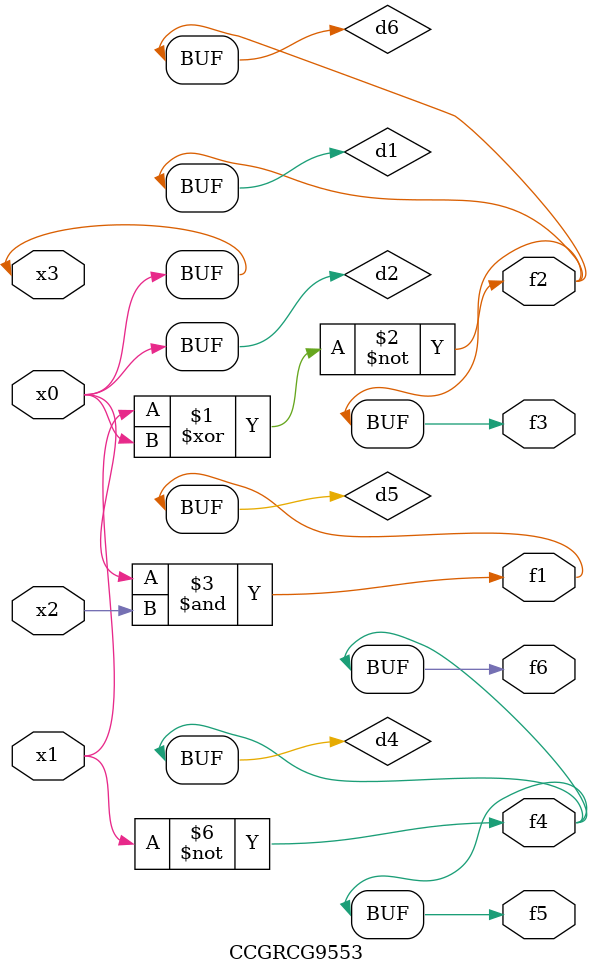
<source format=v>
module CCGRCG9553(
	input x0, x1, x2, x3,
	output f1, f2, f3, f4, f5, f6
);

	wire d1, d2, d3, d4, d5, d6;

	xnor (d1, x1, x3);
	buf (d2, x0, x3);
	nand (d3, x0, x2);
	not (d4, x1);
	nand (d5, d3);
	or (d6, d1);
	assign f1 = d5;
	assign f2 = d6;
	assign f3 = d6;
	assign f4 = d4;
	assign f5 = d4;
	assign f6 = d4;
endmodule

</source>
